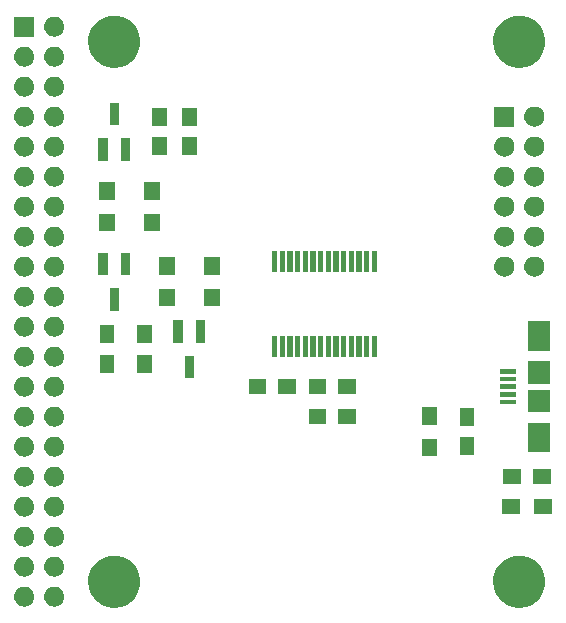
<source format=gbr>
G04 #@! TF.GenerationSoftware,KiCad,Pcbnew,(5.0.1)-3*
G04 #@! TF.CreationDate,2018-12-20T13:20:35+01:00*
G04 #@! TF.ProjectId,HB-RF-USB,48422D52462D5553422E6B696361645F,rev?*
G04 #@! TF.SameCoordinates,Original*
G04 #@! TF.FileFunction,Soldermask,Top*
G04 #@! TF.FilePolarity,Negative*
%FSLAX46Y46*%
G04 Gerber Fmt 4.6, Leading zero omitted, Abs format (unit mm)*
G04 Created by KiCad (PCBNEW (5.0.1)-3) date 20.12.2018 13:20:35*
%MOMM*%
%LPD*%
G01*
G04 APERTURE LIST*
%ADD10C,0.100000*%
G04 APERTURE END LIST*
D10*
G36*
X75359199Y-97537273D02*
X75571717Y-97579545D01*
X75882922Y-97708450D01*
X75972091Y-97745385D01*
X76332418Y-97986148D01*
X76638852Y-98292582D01*
X76879615Y-98652909D01*
X77045455Y-99053284D01*
X77130000Y-99478319D01*
X77130000Y-99911681D01*
X77111405Y-100005166D01*
X77045455Y-100336717D01*
X76879615Y-100737091D01*
X76638852Y-101097418D01*
X76332418Y-101403852D01*
X75972091Y-101644615D01*
X75571717Y-101810455D01*
X75359198Y-101852728D01*
X75146681Y-101895000D01*
X74713319Y-101895000D01*
X74500802Y-101852728D01*
X74288283Y-101810455D01*
X73887909Y-101644615D01*
X73527582Y-101403852D01*
X73221148Y-101097418D01*
X72980385Y-100737091D01*
X72814545Y-100336717D01*
X72748595Y-100005166D01*
X72730000Y-99911681D01*
X72730000Y-99478319D01*
X72814545Y-99053284D01*
X72980385Y-98652909D01*
X73221148Y-98292582D01*
X73527582Y-97986148D01*
X73887909Y-97745385D01*
X73977078Y-97708450D01*
X74288283Y-97579545D01*
X74500801Y-97537273D01*
X74713319Y-97495000D01*
X75146681Y-97495000D01*
X75359199Y-97537273D01*
X75359199Y-97537273D01*
G37*
G36*
X41069199Y-97537273D02*
X41281717Y-97579545D01*
X41592922Y-97708450D01*
X41682091Y-97745385D01*
X42042418Y-97986148D01*
X42348852Y-98292582D01*
X42589615Y-98652909D01*
X42755455Y-99053284D01*
X42840000Y-99478319D01*
X42840000Y-99911681D01*
X42821405Y-100005166D01*
X42755455Y-100336717D01*
X42589615Y-100737091D01*
X42348852Y-101097418D01*
X42042418Y-101403852D01*
X41682091Y-101644615D01*
X41281717Y-101810455D01*
X41069198Y-101852728D01*
X40856681Y-101895000D01*
X40423319Y-101895000D01*
X40210802Y-101852728D01*
X39998283Y-101810455D01*
X39597909Y-101644615D01*
X39237582Y-101403852D01*
X38931148Y-101097418D01*
X38690385Y-100737091D01*
X38524545Y-100336717D01*
X38458595Y-100005166D01*
X38440000Y-99911681D01*
X38440000Y-99478319D01*
X38524545Y-99053284D01*
X38690385Y-98652909D01*
X38931148Y-98292582D01*
X39237582Y-97986148D01*
X39597909Y-97745385D01*
X39687078Y-97708450D01*
X39998283Y-97579545D01*
X40210801Y-97537273D01*
X40423319Y-97495000D01*
X40856681Y-97495000D01*
X41069199Y-97537273D01*
X41069199Y-97537273D01*
G37*
G36*
X35706629Y-100127300D02*
X35866855Y-100175903D01*
X36014519Y-100254832D01*
X36143948Y-100361052D01*
X36250168Y-100490481D01*
X36329097Y-100638145D01*
X36377700Y-100798371D01*
X36394112Y-100965000D01*
X36377700Y-101131629D01*
X36329097Y-101291855D01*
X36250168Y-101439519D01*
X36143948Y-101568948D01*
X36014519Y-101675168D01*
X35866855Y-101754097D01*
X35706629Y-101802700D01*
X35581749Y-101815000D01*
X35498251Y-101815000D01*
X35373371Y-101802700D01*
X35213145Y-101754097D01*
X35065481Y-101675168D01*
X34936052Y-101568948D01*
X34829832Y-101439519D01*
X34750903Y-101291855D01*
X34702300Y-101131629D01*
X34685888Y-100965000D01*
X34702300Y-100798371D01*
X34750903Y-100638145D01*
X34829832Y-100490481D01*
X34936052Y-100361052D01*
X35065481Y-100254832D01*
X35213145Y-100175903D01*
X35373371Y-100127300D01*
X35498251Y-100115000D01*
X35581749Y-100115000D01*
X35706629Y-100127300D01*
X35706629Y-100127300D01*
G37*
G36*
X33166629Y-100127300D02*
X33326855Y-100175903D01*
X33474519Y-100254832D01*
X33603948Y-100361052D01*
X33710168Y-100490481D01*
X33789097Y-100638145D01*
X33837700Y-100798371D01*
X33854112Y-100965000D01*
X33837700Y-101131629D01*
X33789097Y-101291855D01*
X33710168Y-101439519D01*
X33603948Y-101568948D01*
X33474519Y-101675168D01*
X33326855Y-101754097D01*
X33166629Y-101802700D01*
X33041749Y-101815000D01*
X32958251Y-101815000D01*
X32833371Y-101802700D01*
X32673145Y-101754097D01*
X32525481Y-101675168D01*
X32396052Y-101568948D01*
X32289832Y-101439519D01*
X32210903Y-101291855D01*
X32162300Y-101131629D01*
X32145888Y-100965000D01*
X32162300Y-100798371D01*
X32210903Y-100638145D01*
X32289832Y-100490481D01*
X32396052Y-100361052D01*
X32525481Y-100254832D01*
X32673145Y-100175903D01*
X32833371Y-100127300D01*
X32958251Y-100115000D01*
X33041749Y-100115000D01*
X33166629Y-100127300D01*
X33166629Y-100127300D01*
G37*
G36*
X35706629Y-97587300D02*
X35866855Y-97635903D01*
X36014519Y-97714832D01*
X36143948Y-97821052D01*
X36250168Y-97950481D01*
X36329097Y-98098145D01*
X36377700Y-98258371D01*
X36394112Y-98425000D01*
X36377700Y-98591629D01*
X36329097Y-98751855D01*
X36250168Y-98899519D01*
X36143948Y-99028948D01*
X36014519Y-99135168D01*
X35866855Y-99214097D01*
X35706629Y-99262700D01*
X35581749Y-99275000D01*
X35498251Y-99275000D01*
X35373371Y-99262700D01*
X35213145Y-99214097D01*
X35065481Y-99135168D01*
X34936052Y-99028948D01*
X34829832Y-98899519D01*
X34750903Y-98751855D01*
X34702300Y-98591629D01*
X34685888Y-98425000D01*
X34702300Y-98258371D01*
X34750903Y-98098145D01*
X34829832Y-97950481D01*
X34936052Y-97821052D01*
X35065481Y-97714832D01*
X35213145Y-97635903D01*
X35373371Y-97587300D01*
X35498251Y-97575000D01*
X35581749Y-97575000D01*
X35706629Y-97587300D01*
X35706629Y-97587300D01*
G37*
G36*
X33166629Y-97587300D02*
X33326855Y-97635903D01*
X33474519Y-97714832D01*
X33603948Y-97821052D01*
X33710168Y-97950481D01*
X33789097Y-98098145D01*
X33837700Y-98258371D01*
X33854112Y-98425000D01*
X33837700Y-98591629D01*
X33789097Y-98751855D01*
X33710168Y-98899519D01*
X33603948Y-99028948D01*
X33474519Y-99135168D01*
X33326855Y-99214097D01*
X33166629Y-99262700D01*
X33041749Y-99275000D01*
X32958251Y-99275000D01*
X32833371Y-99262700D01*
X32673145Y-99214097D01*
X32525481Y-99135168D01*
X32396052Y-99028948D01*
X32289832Y-98899519D01*
X32210903Y-98751855D01*
X32162300Y-98591629D01*
X32145888Y-98425000D01*
X32162300Y-98258371D01*
X32210903Y-98098145D01*
X32289832Y-97950481D01*
X32396052Y-97821052D01*
X32525481Y-97714832D01*
X32673145Y-97635903D01*
X32833371Y-97587300D01*
X32958251Y-97575000D01*
X33041749Y-97575000D01*
X33166629Y-97587300D01*
X33166629Y-97587300D01*
G37*
G36*
X35706629Y-95047300D02*
X35866855Y-95095903D01*
X36014519Y-95174832D01*
X36143948Y-95281052D01*
X36250168Y-95410481D01*
X36329097Y-95558145D01*
X36377700Y-95718371D01*
X36394112Y-95885000D01*
X36377700Y-96051629D01*
X36329097Y-96211855D01*
X36250168Y-96359519D01*
X36143948Y-96488948D01*
X36014519Y-96595168D01*
X35866855Y-96674097D01*
X35706629Y-96722700D01*
X35581749Y-96735000D01*
X35498251Y-96735000D01*
X35373371Y-96722700D01*
X35213145Y-96674097D01*
X35065481Y-96595168D01*
X34936052Y-96488948D01*
X34829832Y-96359519D01*
X34750903Y-96211855D01*
X34702300Y-96051629D01*
X34685888Y-95885000D01*
X34702300Y-95718371D01*
X34750903Y-95558145D01*
X34829832Y-95410481D01*
X34936052Y-95281052D01*
X35065481Y-95174832D01*
X35213145Y-95095903D01*
X35373371Y-95047300D01*
X35498251Y-95035000D01*
X35581749Y-95035000D01*
X35706629Y-95047300D01*
X35706629Y-95047300D01*
G37*
G36*
X33166629Y-95047300D02*
X33326855Y-95095903D01*
X33474519Y-95174832D01*
X33603948Y-95281052D01*
X33710168Y-95410481D01*
X33789097Y-95558145D01*
X33837700Y-95718371D01*
X33854112Y-95885000D01*
X33837700Y-96051629D01*
X33789097Y-96211855D01*
X33710168Y-96359519D01*
X33603948Y-96488948D01*
X33474519Y-96595168D01*
X33326855Y-96674097D01*
X33166629Y-96722700D01*
X33041749Y-96735000D01*
X32958251Y-96735000D01*
X32833371Y-96722700D01*
X32673145Y-96674097D01*
X32525481Y-96595168D01*
X32396052Y-96488948D01*
X32289832Y-96359519D01*
X32210903Y-96211855D01*
X32162300Y-96051629D01*
X32145888Y-95885000D01*
X32162300Y-95718371D01*
X32210903Y-95558145D01*
X32289832Y-95410481D01*
X32396052Y-95281052D01*
X32525481Y-95174832D01*
X32673145Y-95095903D01*
X32833371Y-95047300D01*
X32958251Y-95035000D01*
X33041749Y-95035000D01*
X33166629Y-95047300D01*
X33166629Y-95047300D01*
G37*
G36*
X35706629Y-92507300D02*
X35866855Y-92555903D01*
X36014519Y-92634832D01*
X36143948Y-92741052D01*
X36250168Y-92870481D01*
X36329097Y-93018145D01*
X36377700Y-93178371D01*
X36394112Y-93345000D01*
X36377700Y-93511629D01*
X36329097Y-93671855D01*
X36250168Y-93819519D01*
X36143948Y-93948948D01*
X36014519Y-94055168D01*
X35866855Y-94134097D01*
X35706629Y-94182700D01*
X35581749Y-94195000D01*
X35498251Y-94195000D01*
X35373371Y-94182700D01*
X35213145Y-94134097D01*
X35065481Y-94055168D01*
X34936052Y-93948948D01*
X34829832Y-93819519D01*
X34750903Y-93671855D01*
X34702300Y-93511629D01*
X34685888Y-93345000D01*
X34702300Y-93178371D01*
X34750903Y-93018145D01*
X34829832Y-92870481D01*
X34936052Y-92741052D01*
X35065481Y-92634832D01*
X35213145Y-92555903D01*
X35373371Y-92507300D01*
X35498251Y-92495000D01*
X35581749Y-92495000D01*
X35706629Y-92507300D01*
X35706629Y-92507300D01*
G37*
G36*
X33166629Y-92507300D02*
X33326855Y-92555903D01*
X33474519Y-92634832D01*
X33603948Y-92741052D01*
X33710168Y-92870481D01*
X33789097Y-93018145D01*
X33837700Y-93178371D01*
X33854112Y-93345000D01*
X33837700Y-93511629D01*
X33789097Y-93671855D01*
X33710168Y-93819519D01*
X33603948Y-93948948D01*
X33474519Y-94055168D01*
X33326855Y-94134097D01*
X33166629Y-94182700D01*
X33041749Y-94195000D01*
X32958251Y-94195000D01*
X32833371Y-94182700D01*
X32673145Y-94134097D01*
X32525481Y-94055168D01*
X32396052Y-93948948D01*
X32289832Y-93819519D01*
X32210903Y-93671855D01*
X32162300Y-93511629D01*
X32145888Y-93345000D01*
X32162300Y-93178371D01*
X32210903Y-93018145D01*
X32289832Y-92870481D01*
X32396052Y-92741052D01*
X32525481Y-92634832D01*
X32673145Y-92555903D01*
X32833371Y-92507300D01*
X32958251Y-92495000D01*
X33041749Y-92495000D01*
X33166629Y-92507300D01*
X33166629Y-92507300D01*
G37*
G36*
X74965000Y-93995000D02*
X73465000Y-93995000D01*
X73465000Y-92695000D01*
X74965000Y-92695000D01*
X74965000Y-93995000D01*
X74965000Y-93995000D01*
G37*
G36*
X77665000Y-93995000D02*
X76165000Y-93995000D01*
X76165000Y-92695000D01*
X77665000Y-92695000D01*
X77665000Y-93995000D01*
X77665000Y-93995000D01*
G37*
G36*
X33166629Y-89967300D02*
X33326855Y-90015903D01*
X33474519Y-90094832D01*
X33603948Y-90201052D01*
X33710168Y-90330481D01*
X33789097Y-90478145D01*
X33837700Y-90638371D01*
X33854112Y-90805000D01*
X33837700Y-90971629D01*
X33789097Y-91131855D01*
X33710168Y-91279519D01*
X33603948Y-91408948D01*
X33474519Y-91515168D01*
X33326855Y-91594097D01*
X33166629Y-91642700D01*
X33041749Y-91655000D01*
X32958251Y-91655000D01*
X32833371Y-91642700D01*
X32673145Y-91594097D01*
X32525481Y-91515168D01*
X32396052Y-91408948D01*
X32289832Y-91279519D01*
X32210903Y-91131855D01*
X32162300Y-90971629D01*
X32145888Y-90805000D01*
X32162300Y-90638371D01*
X32210903Y-90478145D01*
X32289832Y-90330481D01*
X32396052Y-90201052D01*
X32525481Y-90094832D01*
X32673145Y-90015903D01*
X32833371Y-89967300D01*
X32958251Y-89955000D01*
X33041749Y-89955000D01*
X33166629Y-89967300D01*
X33166629Y-89967300D01*
G37*
G36*
X35706629Y-89967300D02*
X35866855Y-90015903D01*
X36014519Y-90094832D01*
X36143948Y-90201052D01*
X36250168Y-90330481D01*
X36329097Y-90478145D01*
X36377700Y-90638371D01*
X36394112Y-90805000D01*
X36377700Y-90971629D01*
X36329097Y-91131855D01*
X36250168Y-91279519D01*
X36143948Y-91408948D01*
X36014519Y-91515168D01*
X35866855Y-91594097D01*
X35706629Y-91642700D01*
X35581749Y-91655000D01*
X35498251Y-91655000D01*
X35373371Y-91642700D01*
X35213145Y-91594097D01*
X35065481Y-91515168D01*
X34936052Y-91408948D01*
X34829832Y-91279519D01*
X34750903Y-91131855D01*
X34702300Y-90971629D01*
X34685888Y-90805000D01*
X34702300Y-90638371D01*
X34750903Y-90478145D01*
X34829832Y-90330481D01*
X34936052Y-90201052D01*
X35065481Y-90094832D01*
X35213145Y-90015903D01*
X35373371Y-89967300D01*
X35498251Y-89955000D01*
X35581749Y-89955000D01*
X35706629Y-89967300D01*
X35706629Y-89967300D01*
G37*
G36*
X75065000Y-91430000D02*
X73565000Y-91430000D01*
X73565000Y-90180000D01*
X75065000Y-90180000D01*
X75065000Y-91430000D01*
X75065000Y-91430000D01*
G37*
G36*
X77565000Y-91430000D02*
X76065000Y-91430000D01*
X76065000Y-90180000D01*
X77565000Y-90180000D01*
X77565000Y-91430000D01*
X77565000Y-91430000D01*
G37*
G36*
X33166629Y-87427300D02*
X33326855Y-87475903D01*
X33474519Y-87554832D01*
X33603948Y-87661052D01*
X33710168Y-87790481D01*
X33789097Y-87938145D01*
X33837700Y-88098371D01*
X33854112Y-88265000D01*
X33837700Y-88431629D01*
X33789097Y-88591855D01*
X33710168Y-88739519D01*
X33603948Y-88868948D01*
X33474519Y-88975168D01*
X33326855Y-89054097D01*
X33166629Y-89102700D01*
X33041749Y-89115000D01*
X32958251Y-89115000D01*
X32833371Y-89102700D01*
X32673145Y-89054097D01*
X32525481Y-88975168D01*
X32396052Y-88868948D01*
X32289832Y-88739519D01*
X32210903Y-88591855D01*
X32162300Y-88431629D01*
X32145888Y-88265000D01*
X32162300Y-88098371D01*
X32210903Y-87938145D01*
X32289832Y-87790481D01*
X32396052Y-87661052D01*
X32525481Y-87554832D01*
X32673145Y-87475903D01*
X32833371Y-87427300D01*
X32958251Y-87415000D01*
X33041749Y-87415000D01*
X33166629Y-87427300D01*
X33166629Y-87427300D01*
G37*
G36*
X35706629Y-87427300D02*
X35866855Y-87475903D01*
X36014519Y-87554832D01*
X36143948Y-87661052D01*
X36250168Y-87790481D01*
X36329097Y-87938145D01*
X36377700Y-88098371D01*
X36394112Y-88265000D01*
X36377700Y-88431629D01*
X36329097Y-88591855D01*
X36250168Y-88739519D01*
X36143948Y-88868948D01*
X36014519Y-88975168D01*
X35866855Y-89054097D01*
X35706629Y-89102700D01*
X35581749Y-89115000D01*
X35498251Y-89115000D01*
X35373371Y-89102700D01*
X35213145Y-89054097D01*
X35065481Y-88975168D01*
X34936052Y-88868948D01*
X34829832Y-88739519D01*
X34750903Y-88591855D01*
X34702300Y-88431629D01*
X34685888Y-88265000D01*
X34702300Y-88098371D01*
X34750903Y-87938145D01*
X34829832Y-87790481D01*
X34936052Y-87661052D01*
X35065481Y-87554832D01*
X35213145Y-87475903D01*
X35373371Y-87427300D01*
X35498251Y-87415000D01*
X35581749Y-87415000D01*
X35706629Y-87427300D01*
X35706629Y-87427300D01*
G37*
G36*
X67960000Y-89095000D02*
X66660000Y-89095000D01*
X66660000Y-87595000D01*
X67960000Y-87595000D01*
X67960000Y-89095000D01*
X67960000Y-89095000D01*
G37*
G36*
X71110000Y-88995000D02*
X69860000Y-88995000D01*
X69860000Y-87495000D01*
X71110000Y-87495000D01*
X71110000Y-88995000D01*
X71110000Y-88995000D01*
G37*
G36*
X77558000Y-88685000D02*
X75658000Y-88685000D01*
X75658000Y-86285000D01*
X77558000Y-86285000D01*
X77558000Y-88685000D01*
X77558000Y-88685000D01*
G37*
G36*
X33166629Y-84887300D02*
X33326855Y-84935903D01*
X33474519Y-85014832D01*
X33603948Y-85121052D01*
X33710168Y-85250481D01*
X33789097Y-85398145D01*
X33837700Y-85558371D01*
X33854112Y-85725000D01*
X33837700Y-85891629D01*
X33789097Y-86051855D01*
X33710168Y-86199519D01*
X33603948Y-86328948D01*
X33474519Y-86435168D01*
X33326855Y-86514097D01*
X33166629Y-86562700D01*
X33041749Y-86575000D01*
X32958251Y-86575000D01*
X32833371Y-86562700D01*
X32673145Y-86514097D01*
X32525481Y-86435168D01*
X32396052Y-86328948D01*
X32289832Y-86199519D01*
X32210903Y-86051855D01*
X32162300Y-85891629D01*
X32145888Y-85725000D01*
X32162300Y-85558371D01*
X32210903Y-85398145D01*
X32289832Y-85250481D01*
X32396052Y-85121052D01*
X32525481Y-85014832D01*
X32673145Y-84935903D01*
X32833371Y-84887300D01*
X32958251Y-84875000D01*
X33041749Y-84875000D01*
X33166629Y-84887300D01*
X33166629Y-84887300D01*
G37*
G36*
X35706629Y-84887300D02*
X35866855Y-84935903D01*
X36014519Y-85014832D01*
X36143948Y-85121052D01*
X36250168Y-85250481D01*
X36329097Y-85398145D01*
X36377700Y-85558371D01*
X36394112Y-85725000D01*
X36377700Y-85891629D01*
X36329097Y-86051855D01*
X36250168Y-86199519D01*
X36143948Y-86328948D01*
X36014519Y-86435168D01*
X35866855Y-86514097D01*
X35706629Y-86562700D01*
X35581749Y-86575000D01*
X35498251Y-86575000D01*
X35373371Y-86562700D01*
X35213145Y-86514097D01*
X35065481Y-86435168D01*
X34936052Y-86328948D01*
X34829832Y-86199519D01*
X34750903Y-86051855D01*
X34702300Y-85891629D01*
X34685888Y-85725000D01*
X34702300Y-85558371D01*
X34750903Y-85398145D01*
X34829832Y-85250481D01*
X34936052Y-85121052D01*
X35065481Y-85014832D01*
X35213145Y-84935903D01*
X35373371Y-84887300D01*
X35498251Y-84875000D01*
X35581749Y-84875000D01*
X35706629Y-84887300D01*
X35706629Y-84887300D01*
G37*
G36*
X71110000Y-86495000D02*
X69860000Y-86495000D01*
X69860000Y-84995000D01*
X71110000Y-84995000D01*
X71110000Y-86495000D01*
X71110000Y-86495000D01*
G37*
G36*
X67960000Y-86395000D02*
X66660000Y-86395000D01*
X66660000Y-84895000D01*
X67960000Y-84895000D01*
X67960000Y-86395000D01*
X67960000Y-86395000D01*
G37*
G36*
X61075000Y-86350000D02*
X59575000Y-86350000D01*
X59575000Y-85100000D01*
X61075000Y-85100000D01*
X61075000Y-86350000D01*
X61075000Y-86350000D01*
G37*
G36*
X58575000Y-86350000D02*
X57075000Y-86350000D01*
X57075000Y-85100000D01*
X58575000Y-85100000D01*
X58575000Y-86350000D01*
X58575000Y-86350000D01*
G37*
G36*
X77558000Y-85335000D02*
X75658000Y-85335000D01*
X75658000Y-83435000D01*
X77558000Y-83435000D01*
X77558000Y-85335000D01*
X77558000Y-85335000D01*
G37*
G36*
X74658000Y-84685000D02*
X73258000Y-84685000D01*
X73258000Y-84285000D01*
X74658000Y-84285000D01*
X74658000Y-84685000D01*
X74658000Y-84685000D01*
G37*
G36*
X74658000Y-84035000D02*
X73258000Y-84035000D01*
X73258000Y-83635000D01*
X74658000Y-83635000D01*
X74658000Y-84035000D01*
X74658000Y-84035000D01*
G37*
G36*
X35706629Y-82347300D02*
X35866855Y-82395903D01*
X36014519Y-82474832D01*
X36143948Y-82581052D01*
X36250168Y-82710481D01*
X36329097Y-82858145D01*
X36377700Y-83018371D01*
X36394112Y-83185000D01*
X36377700Y-83351629D01*
X36329097Y-83511855D01*
X36250168Y-83659519D01*
X36143948Y-83788948D01*
X36014519Y-83895168D01*
X35866855Y-83974097D01*
X35706629Y-84022700D01*
X35581749Y-84035000D01*
X35498251Y-84035000D01*
X35373371Y-84022700D01*
X35213145Y-83974097D01*
X35065481Y-83895168D01*
X34936052Y-83788948D01*
X34829832Y-83659519D01*
X34750903Y-83511855D01*
X34702300Y-83351629D01*
X34685888Y-83185000D01*
X34702300Y-83018371D01*
X34750903Y-82858145D01*
X34829832Y-82710481D01*
X34936052Y-82581052D01*
X35065481Y-82474832D01*
X35213145Y-82395903D01*
X35373371Y-82347300D01*
X35498251Y-82335000D01*
X35581749Y-82335000D01*
X35706629Y-82347300D01*
X35706629Y-82347300D01*
G37*
G36*
X33166629Y-82347300D02*
X33326855Y-82395903D01*
X33474519Y-82474832D01*
X33603948Y-82581052D01*
X33710168Y-82710481D01*
X33789097Y-82858145D01*
X33837700Y-83018371D01*
X33854112Y-83185000D01*
X33837700Y-83351629D01*
X33789097Y-83511855D01*
X33710168Y-83659519D01*
X33603948Y-83788948D01*
X33474519Y-83895168D01*
X33326855Y-83974097D01*
X33166629Y-84022700D01*
X33041749Y-84035000D01*
X32958251Y-84035000D01*
X32833371Y-84022700D01*
X32673145Y-83974097D01*
X32525481Y-83895168D01*
X32396052Y-83788948D01*
X32289832Y-83659519D01*
X32210903Y-83511855D01*
X32162300Y-83351629D01*
X32145888Y-83185000D01*
X32162300Y-83018371D01*
X32210903Y-82858145D01*
X32289832Y-82710481D01*
X32396052Y-82581052D01*
X32525481Y-82474832D01*
X32673145Y-82395903D01*
X32833371Y-82347300D01*
X32958251Y-82335000D01*
X33041749Y-82335000D01*
X33166629Y-82347300D01*
X33166629Y-82347300D01*
G37*
G36*
X55995000Y-83810000D02*
X54495000Y-83810000D01*
X54495000Y-82560000D01*
X55995000Y-82560000D01*
X55995000Y-83810000D01*
X55995000Y-83810000D01*
G37*
G36*
X58575000Y-83810000D02*
X57075000Y-83810000D01*
X57075000Y-82560000D01*
X58575000Y-82560000D01*
X58575000Y-83810000D01*
X58575000Y-83810000D01*
G37*
G36*
X53495000Y-83810000D02*
X51995000Y-83810000D01*
X51995000Y-82560000D01*
X53495000Y-82560000D01*
X53495000Y-83810000D01*
X53495000Y-83810000D01*
G37*
G36*
X61075000Y-83810000D02*
X59575000Y-83810000D01*
X59575000Y-82560000D01*
X61075000Y-82560000D01*
X61075000Y-83810000D01*
X61075000Y-83810000D01*
G37*
G36*
X74658000Y-83385000D02*
X73258000Y-83385000D01*
X73258000Y-82985000D01*
X74658000Y-82985000D01*
X74658000Y-83385000D01*
X74658000Y-83385000D01*
G37*
G36*
X77558000Y-82935000D02*
X75658000Y-82935000D01*
X75658000Y-81035000D01*
X77558000Y-81035000D01*
X77558000Y-82935000D01*
X77558000Y-82935000D01*
G37*
G36*
X74658000Y-82735000D02*
X73258000Y-82735000D01*
X73258000Y-82335000D01*
X74658000Y-82335000D01*
X74658000Y-82735000D01*
X74658000Y-82735000D01*
G37*
G36*
X47390000Y-82460000D02*
X46590000Y-82460000D01*
X46590000Y-80560000D01*
X47390000Y-80560000D01*
X47390000Y-82460000D01*
X47390000Y-82460000D01*
G37*
G36*
X74658000Y-82085000D02*
X73258000Y-82085000D01*
X73258000Y-81685000D01*
X74658000Y-81685000D01*
X74658000Y-82085000D01*
X74658000Y-82085000D01*
G37*
G36*
X40630000Y-82010000D02*
X39380000Y-82010000D01*
X39380000Y-80510000D01*
X40630000Y-80510000D01*
X40630000Y-82010000D01*
X40630000Y-82010000D01*
G37*
G36*
X43805000Y-82010000D02*
X42555000Y-82010000D01*
X42555000Y-80510000D01*
X43805000Y-80510000D01*
X43805000Y-82010000D01*
X43805000Y-82010000D01*
G37*
G36*
X33166629Y-79807300D02*
X33326855Y-79855903D01*
X33474519Y-79934832D01*
X33603948Y-80041052D01*
X33710168Y-80170481D01*
X33789097Y-80318145D01*
X33837700Y-80478371D01*
X33854112Y-80645000D01*
X33837700Y-80811629D01*
X33789097Y-80971855D01*
X33710168Y-81119519D01*
X33603948Y-81248948D01*
X33474519Y-81355168D01*
X33326855Y-81434097D01*
X33166629Y-81482700D01*
X33041749Y-81495000D01*
X32958251Y-81495000D01*
X32833371Y-81482700D01*
X32673145Y-81434097D01*
X32525481Y-81355168D01*
X32396052Y-81248948D01*
X32289832Y-81119519D01*
X32210903Y-80971855D01*
X32162300Y-80811629D01*
X32145888Y-80645000D01*
X32162300Y-80478371D01*
X32210903Y-80318145D01*
X32289832Y-80170481D01*
X32396052Y-80041052D01*
X32525481Y-79934832D01*
X32673145Y-79855903D01*
X32833371Y-79807300D01*
X32958251Y-79795000D01*
X33041749Y-79795000D01*
X33166629Y-79807300D01*
X33166629Y-79807300D01*
G37*
G36*
X35706629Y-79807300D02*
X35866855Y-79855903D01*
X36014519Y-79934832D01*
X36143948Y-80041052D01*
X36250168Y-80170481D01*
X36329097Y-80318145D01*
X36377700Y-80478371D01*
X36394112Y-80645000D01*
X36377700Y-80811629D01*
X36329097Y-80971855D01*
X36250168Y-81119519D01*
X36143948Y-81248948D01*
X36014519Y-81355168D01*
X35866855Y-81434097D01*
X35706629Y-81482700D01*
X35581749Y-81495000D01*
X35498251Y-81495000D01*
X35373371Y-81482700D01*
X35213145Y-81434097D01*
X35065481Y-81355168D01*
X34936052Y-81248948D01*
X34829832Y-81119519D01*
X34750903Y-80971855D01*
X34702300Y-80811629D01*
X34685888Y-80645000D01*
X34702300Y-80478371D01*
X34750903Y-80318145D01*
X34829832Y-80170481D01*
X34936052Y-80041052D01*
X35065481Y-79934832D01*
X35213145Y-79855903D01*
X35373371Y-79807300D01*
X35498251Y-79795000D01*
X35581749Y-79795000D01*
X35706629Y-79807300D01*
X35706629Y-79807300D01*
G37*
G36*
X55070000Y-80675000D02*
X54620000Y-80675000D01*
X54620000Y-78925000D01*
X55070000Y-78925000D01*
X55070000Y-80675000D01*
X55070000Y-80675000D01*
G37*
G36*
X55720000Y-80675000D02*
X55270000Y-80675000D01*
X55270000Y-78925000D01*
X55720000Y-78925000D01*
X55720000Y-80675000D01*
X55720000Y-80675000D01*
G37*
G36*
X56370000Y-80675000D02*
X55920000Y-80675000D01*
X55920000Y-78925000D01*
X56370000Y-78925000D01*
X56370000Y-80675000D01*
X56370000Y-80675000D01*
G37*
G36*
X57020000Y-80675000D02*
X56570000Y-80675000D01*
X56570000Y-78925000D01*
X57020000Y-78925000D01*
X57020000Y-80675000D01*
X57020000Y-80675000D01*
G37*
G36*
X57670000Y-80675000D02*
X57220000Y-80675000D01*
X57220000Y-78925000D01*
X57670000Y-78925000D01*
X57670000Y-80675000D01*
X57670000Y-80675000D01*
G37*
G36*
X60920000Y-80675000D02*
X60470000Y-80675000D01*
X60470000Y-78925000D01*
X60920000Y-78925000D01*
X60920000Y-80675000D01*
X60920000Y-80675000D01*
G37*
G36*
X58970000Y-80675000D02*
X58520000Y-80675000D01*
X58520000Y-78925000D01*
X58970000Y-78925000D01*
X58970000Y-80675000D01*
X58970000Y-80675000D01*
G37*
G36*
X59620000Y-80675000D02*
X59170000Y-80675000D01*
X59170000Y-78925000D01*
X59620000Y-78925000D01*
X59620000Y-80675000D01*
X59620000Y-80675000D01*
G37*
G36*
X60270000Y-80675000D02*
X59820000Y-80675000D01*
X59820000Y-78925000D01*
X60270000Y-78925000D01*
X60270000Y-80675000D01*
X60270000Y-80675000D01*
G37*
G36*
X54420000Y-80675000D02*
X53970000Y-80675000D01*
X53970000Y-78925000D01*
X54420000Y-78925000D01*
X54420000Y-80675000D01*
X54420000Y-80675000D01*
G37*
G36*
X58320000Y-80675000D02*
X57870000Y-80675000D01*
X57870000Y-78925000D01*
X58320000Y-78925000D01*
X58320000Y-80675000D01*
X58320000Y-80675000D01*
G37*
G36*
X62870000Y-80675000D02*
X62420000Y-80675000D01*
X62420000Y-78925000D01*
X62870000Y-78925000D01*
X62870000Y-80675000D01*
X62870000Y-80675000D01*
G37*
G36*
X62220000Y-80675000D02*
X61770000Y-80675000D01*
X61770000Y-78925000D01*
X62220000Y-78925000D01*
X62220000Y-80675000D01*
X62220000Y-80675000D01*
G37*
G36*
X61570000Y-80675000D02*
X61120000Y-80675000D01*
X61120000Y-78925000D01*
X61570000Y-78925000D01*
X61570000Y-80675000D01*
X61570000Y-80675000D01*
G37*
G36*
X77558000Y-80135000D02*
X75658000Y-80135000D01*
X75658000Y-77635000D01*
X77558000Y-77635000D01*
X77558000Y-80135000D01*
X77558000Y-80135000D01*
G37*
G36*
X43805000Y-79510000D02*
X42555000Y-79510000D01*
X42555000Y-78010000D01*
X43805000Y-78010000D01*
X43805000Y-79510000D01*
X43805000Y-79510000D01*
G37*
G36*
X40630000Y-79510000D02*
X39380000Y-79510000D01*
X39380000Y-78010000D01*
X40630000Y-78010000D01*
X40630000Y-79510000D01*
X40630000Y-79510000D01*
G37*
G36*
X46440000Y-79460000D02*
X45640000Y-79460000D01*
X45640000Y-77560000D01*
X46440000Y-77560000D01*
X46440000Y-79460000D01*
X46440000Y-79460000D01*
G37*
G36*
X48340000Y-79460000D02*
X47540000Y-79460000D01*
X47540000Y-77560000D01*
X48340000Y-77560000D01*
X48340000Y-79460000D01*
X48340000Y-79460000D01*
G37*
G36*
X35706629Y-77267300D02*
X35866855Y-77315903D01*
X36014519Y-77394832D01*
X36143948Y-77501052D01*
X36250168Y-77630481D01*
X36329097Y-77778145D01*
X36377700Y-77938371D01*
X36394112Y-78105000D01*
X36377700Y-78271629D01*
X36329097Y-78431855D01*
X36250168Y-78579519D01*
X36143948Y-78708948D01*
X36014519Y-78815168D01*
X35866855Y-78894097D01*
X35706629Y-78942700D01*
X35581749Y-78955000D01*
X35498251Y-78955000D01*
X35373371Y-78942700D01*
X35213145Y-78894097D01*
X35065481Y-78815168D01*
X34936052Y-78708948D01*
X34829832Y-78579519D01*
X34750903Y-78431855D01*
X34702300Y-78271629D01*
X34685888Y-78105000D01*
X34702300Y-77938371D01*
X34750903Y-77778145D01*
X34829832Y-77630481D01*
X34936052Y-77501052D01*
X35065481Y-77394832D01*
X35213145Y-77315903D01*
X35373371Y-77267300D01*
X35498251Y-77255000D01*
X35581749Y-77255000D01*
X35706629Y-77267300D01*
X35706629Y-77267300D01*
G37*
G36*
X33166629Y-77267300D02*
X33326855Y-77315903D01*
X33474519Y-77394832D01*
X33603948Y-77501052D01*
X33710168Y-77630481D01*
X33789097Y-77778145D01*
X33837700Y-77938371D01*
X33854112Y-78105000D01*
X33837700Y-78271629D01*
X33789097Y-78431855D01*
X33710168Y-78579519D01*
X33603948Y-78708948D01*
X33474519Y-78815168D01*
X33326855Y-78894097D01*
X33166629Y-78942700D01*
X33041749Y-78955000D01*
X32958251Y-78955000D01*
X32833371Y-78942700D01*
X32673145Y-78894097D01*
X32525481Y-78815168D01*
X32396052Y-78708948D01*
X32289832Y-78579519D01*
X32210903Y-78431855D01*
X32162300Y-78271629D01*
X32145888Y-78105000D01*
X32162300Y-77938371D01*
X32210903Y-77778145D01*
X32289832Y-77630481D01*
X32396052Y-77501052D01*
X32525481Y-77394832D01*
X32673145Y-77315903D01*
X32833371Y-77267300D01*
X32958251Y-77255000D01*
X33041749Y-77255000D01*
X33166629Y-77267300D01*
X33166629Y-77267300D01*
G37*
G36*
X41040000Y-76745000D02*
X40240000Y-76745000D01*
X40240000Y-74845000D01*
X41040000Y-74845000D01*
X41040000Y-76745000D01*
X41040000Y-76745000D01*
G37*
G36*
X33166629Y-74727300D02*
X33326855Y-74775903D01*
X33474519Y-74854832D01*
X33603948Y-74961052D01*
X33710168Y-75090481D01*
X33789097Y-75238145D01*
X33837700Y-75398371D01*
X33854112Y-75565000D01*
X33837700Y-75731629D01*
X33789097Y-75891855D01*
X33710168Y-76039519D01*
X33603948Y-76168948D01*
X33474519Y-76275168D01*
X33326855Y-76354097D01*
X33166629Y-76402700D01*
X33041749Y-76415000D01*
X32958251Y-76415000D01*
X32833371Y-76402700D01*
X32673145Y-76354097D01*
X32525481Y-76275168D01*
X32396052Y-76168948D01*
X32289832Y-76039519D01*
X32210903Y-75891855D01*
X32162300Y-75731629D01*
X32145888Y-75565000D01*
X32162300Y-75398371D01*
X32210903Y-75238145D01*
X32289832Y-75090481D01*
X32396052Y-74961052D01*
X32525481Y-74854832D01*
X32673145Y-74775903D01*
X32833371Y-74727300D01*
X32958251Y-74715000D01*
X33041749Y-74715000D01*
X33166629Y-74727300D01*
X33166629Y-74727300D01*
G37*
G36*
X35706629Y-74727300D02*
X35866855Y-74775903D01*
X36014519Y-74854832D01*
X36143948Y-74961052D01*
X36250168Y-75090481D01*
X36329097Y-75238145D01*
X36377700Y-75398371D01*
X36394112Y-75565000D01*
X36377700Y-75731629D01*
X36329097Y-75891855D01*
X36250168Y-76039519D01*
X36143948Y-76168948D01*
X36014519Y-76275168D01*
X35866855Y-76354097D01*
X35706629Y-76402700D01*
X35581749Y-76415000D01*
X35498251Y-76415000D01*
X35373371Y-76402700D01*
X35213145Y-76354097D01*
X35065481Y-76275168D01*
X34936052Y-76168948D01*
X34829832Y-76039519D01*
X34750903Y-75891855D01*
X34702300Y-75731629D01*
X34685888Y-75565000D01*
X34702300Y-75398371D01*
X34750903Y-75238145D01*
X34829832Y-75090481D01*
X34936052Y-74961052D01*
X35065481Y-74854832D01*
X35213145Y-74775903D01*
X35373371Y-74727300D01*
X35498251Y-74715000D01*
X35581749Y-74715000D01*
X35706629Y-74727300D01*
X35706629Y-74727300D01*
G37*
G36*
X49545000Y-76395000D02*
X48245000Y-76395000D01*
X48245000Y-74895000D01*
X49545000Y-74895000D01*
X49545000Y-76395000D01*
X49545000Y-76395000D01*
G37*
G36*
X45735000Y-76395000D02*
X44435000Y-76395000D01*
X44435000Y-74895000D01*
X45735000Y-74895000D01*
X45735000Y-76395000D01*
X45735000Y-76395000D01*
G37*
G36*
X35706629Y-72187300D02*
X35866855Y-72235903D01*
X36014519Y-72314832D01*
X36143948Y-72421052D01*
X36250168Y-72550481D01*
X36329097Y-72698145D01*
X36377700Y-72858371D01*
X36394112Y-73025000D01*
X36377700Y-73191629D01*
X36329097Y-73351855D01*
X36250168Y-73499519D01*
X36143948Y-73628948D01*
X36014519Y-73735168D01*
X35866855Y-73814097D01*
X35706629Y-73862700D01*
X35581749Y-73875000D01*
X35498251Y-73875000D01*
X35373371Y-73862700D01*
X35213145Y-73814097D01*
X35065481Y-73735168D01*
X34936052Y-73628948D01*
X34829832Y-73499519D01*
X34750903Y-73351855D01*
X34702300Y-73191629D01*
X34685888Y-73025000D01*
X34702300Y-72858371D01*
X34750903Y-72698145D01*
X34829832Y-72550481D01*
X34936052Y-72421052D01*
X35065481Y-72314832D01*
X35213145Y-72235903D01*
X35373371Y-72187300D01*
X35498251Y-72175000D01*
X35581749Y-72175000D01*
X35706629Y-72187300D01*
X35706629Y-72187300D01*
G37*
G36*
X33166629Y-72187300D02*
X33326855Y-72235903D01*
X33474519Y-72314832D01*
X33603948Y-72421052D01*
X33710168Y-72550481D01*
X33789097Y-72698145D01*
X33837700Y-72858371D01*
X33854112Y-73025000D01*
X33837700Y-73191629D01*
X33789097Y-73351855D01*
X33710168Y-73499519D01*
X33603948Y-73628948D01*
X33474519Y-73735168D01*
X33326855Y-73814097D01*
X33166629Y-73862700D01*
X33041749Y-73875000D01*
X32958251Y-73875000D01*
X32833371Y-73862700D01*
X32673145Y-73814097D01*
X32525481Y-73735168D01*
X32396052Y-73628948D01*
X32289832Y-73499519D01*
X32210903Y-73351855D01*
X32162300Y-73191629D01*
X32145888Y-73025000D01*
X32162300Y-72858371D01*
X32210903Y-72698145D01*
X32289832Y-72550481D01*
X32396052Y-72421052D01*
X32525481Y-72314832D01*
X32673145Y-72235903D01*
X32833371Y-72187300D01*
X32958251Y-72175000D01*
X33041749Y-72175000D01*
X33166629Y-72187300D01*
X33166629Y-72187300D01*
G37*
G36*
X76366629Y-72187300D02*
X76526855Y-72235903D01*
X76674519Y-72314832D01*
X76803948Y-72421052D01*
X76910168Y-72550481D01*
X76989097Y-72698145D01*
X77037700Y-72858371D01*
X77054112Y-73025000D01*
X77037700Y-73191629D01*
X76989097Y-73351855D01*
X76910168Y-73499519D01*
X76803948Y-73628948D01*
X76674519Y-73735168D01*
X76526855Y-73814097D01*
X76366629Y-73862700D01*
X76241749Y-73875000D01*
X76158251Y-73875000D01*
X76033371Y-73862700D01*
X75873145Y-73814097D01*
X75725481Y-73735168D01*
X75596052Y-73628948D01*
X75489832Y-73499519D01*
X75410903Y-73351855D01*
X75362300Y-73191629D01*
X75345888Y-73025000D01*
X75362300Y-72858371D01*
X75410903Y-72698145D01*
X75489832Y-72550481D01*
X75596052Y-72421052D01*
X75725481Y-72314832D01*
X75873145Y-72235903D01*
X76033371Y-72187300D01*
X76158251Y-72175000D01*
X76241749Y-72175000D01*
X76366629Y-72187300D01*
X76366629Y-72187300D01*
G37*
G36*
X73826629Y-72187300D02*
X73986855Y-72235903D01*
X74134519Y-72314832D01*
X74263948Y-72421052D01*
X74370168Y-72550481D01*
X74449097Y-72698145D01*
X74497700Y-72858371D01*
X74514112Y-73025000D01*
X74497700Y-73191629D01*
X74449097Y-73351855D01*
X74370168Y-73499519D01*
X74263948Y-73628948D01*
X74134519Y-73735168D01*
X73986855Y-73814097D01*
X73826629Y-73862700D01*
X73701749Y-73875000D01*
X73618251Y-73875000D01*
X73493371Y-73862700D01*
X73333145Y-73814097D01*
X73185481Y-73735168D01*
X73056052Y-73628948D01*
X72949832Y-73499519D01*
X72870903Y-73351855D01*
X72822300Y-73191629D01*
X72805888Y-73025000D01*
X72822300Y-72858371D01*
X72870903Y-72698145D01*
X72949832Y-72550481D01*
X73056052Y-72421052D01*
X73185481Y-72314832D01*
X73333145Y-72235903D01*
X73493371Y-72187300D01*
X73618251Y-72175000D01*
X73701749Y-72175000D01*
X73826629Y-72187300D01*
X73826629Y-72187300D01*
G37*
G36*
X41990000Y-73745000D02*
X41190000Y-73745000D01*
X41190000Y-71845000D01*
X41990000Y-71845000D01*
X41990000Y-73745000D01*
X41990000Y-73745000D01*
G37*
G36*
X40090000Y-73745000D02*
X39290000Y-73745000D01*
X39290000Y-71845000D01*
X40090000Y-71845000D01*
X40090000Y-73745000D01*
X40090000Y-73745000D01*
G37*
G36*
X45735000Y-73695000D02*
X44435000Y-73695000D01*
X44435000Y-72195000D01*
X45735000Y-72195000D01*
X45735000Y-73695000D01*
X45735000Y-73695000D01*
G37*
G36*
X49545000Y-73695000D02*
X48245000Y-73695000D01*
X48245000Y-72195000D01*
X49545000Y-72195000D01*
X49545000Y-73695000D01*
X49545000Y-73695000D01*
G37*
G36*
X60920000Y-73475000D02*
X60470000Y-73475000D01*
X60470000Y-71725000D01*
X60920000Y-71725000D01*
X60920000Y-73475000D01*
X60920000Y-73475000D01*
G37*
G36*
X55070000Y-73475000D02*
X54620000Y-73475000D01*
X54620000Y-71725000D01*
X55070000Y-71725000D01*
X55070000Y-73475000D01*
X55070000Y-73475000D01*
G37*
G36*
X55720000Y-73475000D02*
X55270000Y-73475000D01*
X55270000Y-71725000D01*
X55720000Y-71725000D01*
X55720000Y-73475000D01*
X55720000Y-73475000D01*
G37*
G36*
X56370000Y-73475000D02*
X55920000Y-73475000D01*
X55920000Y-71725000D01*
X56370000Y-71725000D01*
X56370000Y-73475000D01*
X56370000Y-73475000D01*
G37*
G36*
X57020000Y-73475000D02*
X56570000Y-73475000D01*
X56570000Y-71725000D01*
X57020000Y-71725000D01*
X57020000Y-73475000D01*
X57020000Y-73475000D01*
G37*
G36*
X57670000Y-73475000D02*
X57220000Y-73475000D01*
X57220000Y-71725000D01*
X57670000Y-71725000D01*
X57670000Y-73475000D01*
X57670000Y-73475000D01*
G37*
G36*
X58320000Y-73475000D02*
X57870000Y-73475000D01*
X57870000Y-71725000D01*
X58320000Y-71725000D01*
X58320000Y-73475000D01*
X58320000Y-73475000D01*
G37*
G36*
X58970000Y-73475000D02*
X58520000Y-73475000D01*
X58520000Y-71725000D01*
X58970000Y-71725000D01*
X58970000Y-73475000D01*
X58970000Y-73475000D01*
G37*
G36*
X59620000Y-73475000D02*
X59170000Y-73475000D01*
X59170000Y-71725000D01*
X59620000Y-71725000D01*
X59620000Y-73475000D01*
X59620000Y-73475000D01*
G37*
G36*
X61570000Y-73475000D02*
X61120000Y-73475000D01*
X61120000Y-71725000D01*
X61570000Y-71725000D01*
X61570000Y-73475000D01*
X61570000Y-73475000D01*
G37*
G36*
X62220000Y-73475000D02*
X61770000Y-73475000D01*
X61770000Y-71725000D01*
X62220000Y-71725000D01*
X62220000Y-73475000D01*
X62220000Y-73475000D01*
G37*
G36*
X62870000Y-73475000D02*
X62420000Y-73475000D01*
X62420000Y-71725000D01*
X62870000Y-71725000D01*
X62870000Y-73475000D01*
X62870000Y-73475000D01*
G37*
G36*
X60270000Y-73475000D02*
X59820000Y-73475000D01*
X59820000Y-71725000D01*
X60270000Y-71725000D01*
X60270000Y-73475000D01*
X60270000Y-73475000D01*
G37*
G36*
X54420000Y-73475000D02*
X53970000Y-73475000D01*
X53970000Y-71725000D01*
X54420000Y-71725000D01*
X54420000Y-73475000D01*
X54420000Y-73475000D01*
G37*
G36*
X76366629Y-69647300D02*
X76526855Y-69695903D01*
X76674519Y-69774832D01*
X76803948Y-69881052D01*
X76910168Y-70010481D01*
X76989097Y-70158145D01*
X77037700Y-70318371D01*
X77054112Y-70485000D01*
X77037700Y-70651629D01*
X76989097Y-70811855D01*
X76910168Y-70959519D01*
X76803948Y-71088948D01*
X76674519Y-71195168D01*
X76526855Y-71274097D01*
X76366629Y-71322700D01*
X76241749Y-71335000D01*
X76158251Y-71335000D01*
X76033371Y-71322700D01*
X75873145Y-71274097D01*
X75725481Y-71195168D01*
X75596052Y-71088948D01*
X75489832Y-70959519D01*
X75410903Y-70811855D01*
X75362300Y-70651629D01*
X75345888Y-70485000D01*
X75362300Y-70318371D01*
X75410903Y-70158145D01*
X75489832Y-70010481D01*
X75596052Y-69881052D01*
X75725481Y-69774832D01*
X75873145Y-69695903D01*
X76033371Y-69647300D01*
X76158251Y-69635000D01*
X76241749Y-69635000D01*
X76366629Y-69647300D01*
X76366629Y-69647300D01*
G37*
G36*
X73826629Y-69647300D02*
X73986855Y-69695903D01*
X74134519Y-69774832D01*
X74263948Y-69881052D01*
X74370168Y-70010481D01*
X74449097Y-70158145D01*
X74497700Y-70318371D01*
X74514112Y-70485000D01*
X74497700Y-70651629D01*
X74449097Y-70811855D01*
X74370168Y-70959519D01*
X74263948Y-71088948D01*
X74134519Y-71195168D01*
X73986855Y-71274097D01*
X73826629Y-71322700D01*
X73701749Y-71335000D01*
X73618251Y-71335000D01*
X73493371Y-71322700D01*
X73333145Y-71274097D01*
X73185481Y-71195168D01*
X73056052Y-71088948D01*
X72949832Y-70959519D01*
X72870903Y-70811855D01*
X72822300Y-70651629D01*
X72805888Y-70485000D01*
X72822300Y-70318371D01*
X72870903Y-70158145D01*
X72949832Y-70010481D01*
X73056052Y-69881052D01*
X73185481Y-69774832D01*
X73333145Y-69695903D01*
X73493371Y-69647300D01*
X73618251Y-69635000D01*
X73701749Y-69635000D01*
X73826629Y-69647300D01*
X73826629Y-69647300D01*
G37*
G36*
X33166629Y-69647300D02*
X33326855Y-69695903D01*
X33474519Y-69774832D01*
X33603948Y-69881052D01*
X33710168Y-70010481D01*
X33789097Y-70158145D01*
X33837700Y-70318371D01*
X33854112Y-70485000D01*
X33837700Y-70651629D01*
X33789097Y-70811855D01*
X33710168Y-70959519D01*
X33603948Y-71088948D01*
X33474519Y-71195168D01*
X33326855Y-71274097D01*
X33166629Y-71322700D01*
X33041749Y-71335000D01*
X32958251Y-71335000D01*
X32833371Y-71322700D01*
X32673145Y-71274097D01*
X32525481Y-71195168D01*
X32396052Y-71088948D01*
X32289832Y-70959519D01*
X32210903Y-70811855D01*
X32162300Y-70651629D01*
X32145888Y-70485000D01*
X32162300Y-70318371D01*
X32210903Y-70158145D01*
X32289832Y-70010481D01*
X32396052Y-69881052D01*
X32525481Y-69774832D01*
X32673145Y-69695903D01*
X32833371Y-69647300D01*
X32958251Y-69635000D01*
X33041749Y-69635000D01*
X33166629Y-69647300D01*
X33166629Y-69647300D01*
G37*
G36*
X35706629Y-69647300D02*
X35866855Y-69695903D01*
X36014519Y-69774832D01*
X36143948Y-69881052D01*
X36250168Y-70010481D01*
X36329097Y-70158145D01*
X36377700Y-70318371D01*
X36394112Y-70485000D01*
X36377700Y-70651629D01*
X36329097Y-70811855D01*
X36250168Y-70959519D01*
X36143948Y-71088948D01*
X36014519Y-71195168D01*
X35866855Y-71274097D01*
X35706629Y-71322700D01*
X35581749Y-71335000D01*
X35498251Y-71335000D01*
X35373371Y-71322700D01*
X35213145Y-71274097D01*
X35065481Y-71195168D01*
X34936052Y-71088948D01*
X34829832Y-70959519D01*
X34750903Y-70811855D01*
X34702300Y-70651629D01*
X34685888Y-70485000D01*
X34702300Y-70318371D01*
X34750903Y-70158145D01*
X34829832Y-70010481D01*
X34936052Y-69881052D01*
X35065481Y-69774832D01*
X35213145Y-69695903D01*
X35373371Y-69647300D01*
X35498251Y-69635000D01*
X35581749Y-69635000D01*
X35706629Y-69647300D01*
X35706629Y-69647300D01*
G37*
G36*
X44465000Y-70045000D02*
X43165000Y-70045000D01*
X43165000Y-68545000D01*
X44465000Y-68545000D01*
X44465000Y-70045000D01*
X44465000Y-70045000D01*
G37*
G36*
X40655000Y-70045000D02*
X39355000Y-70045000D01*
X39355000Y-68545000D01*
X40655000Y-68545000D01*
X40655000Y-70045000D01*
X40655000Y-70045000D01*
G37*
G36*
X35706629Y-67107300D02*
X35866855Y-67155903D01*
X36014519Y-67234832D01*
X36143948Y-67341052D01*
X36250168Y-67470481D01*
X36329097Y-67618145D01*
X36377700Y-67778371D01*
X36394112Y-67945000D01*
X36377700Y-68111629D01*
X36329097Y-68271855D01*
X36250168Y-68419519D01*
X36143948Y-68548948D01*
X36014519Y-68655168D01*
X35866855Y-68734097D01*
X35706629Y-68782700D01*
X35581749Y-68795000D01*
X35498251Y-68795000D01*
X35373371Y-68782700D01*
X35213145Y-68734097D01*
X35065481Y-68655168D01*
X34936052Y-68548948D01*
X34829832Y-68419519D01*
X34750903Y-68271855D01*
X34702300Y-68111629D01*
X34685888Y-67945000D01*
X34702300Y-67778371D01*
X34750903Y-67618145D01*
X34829832Y-67470481D01*
X34936052Y-67341052D01*
X35065481Y-67234832D01*
X35213145Y-67155903D01*
X35373371Y-67107300D01*
X35498251Y-67095000D01*
X35581749Y-67095000D01*
X35706629Y-67107300D01*
X35706629Y-67107300D01*
G37*
G36*
X33166629Y-67107300D02*
X33326855Y-67155903D01*
X33474519Y-67234832D01*
X33603948Y-67341052D01*
X33710168Y-67470481D01*
X33789097Y-67618145D01*
X33837700Y-67778371D01*
X33854112Y-67945000D01*
X33837700Y-68111629D01*
X33789097Y-68271855D01*
X33710168Y-68419519D01*
X33603948Y-68548948D01*
X33474519Y-68655168D01*
X33326855Y-68734097D01*
X33166629Y-68782700D01*
X33041749Y-68795000D01*
X32958251Y-68795000D01*
X32833371Y-68782700D01*
X32673145Y-68734097D01*
X32525481Y-68655168D01*
X32396052Y-68548948D01*
X32289832Y-68419519D01*
X32210903Y-68271855D01*
X32162300Y-68111629D01*
X32145888Y-67945000D01*
X32162300Y-67778371D01*
X32210903Y-67618145D01*
X32289832Y-67470481D01*
X32396052Y-67341052D01*
X32525481Y-67234832D01*
X32673145Y-67155903D01*
X32833371Y-67107300D01*
X32958251Y-67095000D01*
X33041749Y-67095000D01*
X33166629Y-67107300D01*
X33166629Y-67107300D01*
G37*
G36*
X73826629Y-67107300D02*
X73986855Y-67155903D01*
X74134519Y-67234832D01*
X74263948Y-67341052D01*
X74370168Y-67470481D01*
X74449097Y-67618145D01*
X74497700Y-67778371D01*
X74514112Y-67945000D01*
X74497700Y-68111629D01*
X74449097Y-68271855D01*
X74370168Y-68419519D01*
X74263948Y-68548948D01*
X74134519Y-68655168D01*
X73986855Y-68734097D01*
X73826629Y-68782700D01*
X73701749Y-68795000D01*
X73618251Y-68795000D01*
X73493371Y-68782700D01*
X73333145Y-68734097D01*
X73185481Y-68655168D01*
X73056052Y-68548948D01*
X72949832Y-68419519D01*
X72870903Y-68271855D01*
X72822300Y-68111629D01*
X72805888Y-67945000D01*
X72822300Y-67778371D01*
X72870903Y-67618145D01*
X72949832Y-67470481D01*
X73056052Y-67341052D01*
X73185481Y-67234832D01*
X73333145Y-67155903D01*
X73493371Y-67107300D01*
X73618251Y-67095000D01*
X73701749Y-67095000D01*
X73826629Y-67107300D01*
X73826629Y-67107300D01*
G37*
G36*
X76366629Y-67107300D02*
X76526855Y-67155903D01*
X76674519Y-67234832D01*
X76803948Y-67341052D01*
X76910168Y-67470481D01*
X76989097Y-67618145D01*
X77037700Y-67778371D01*
X77054112Y-67945000D01*
X77037700Y-68111629D01*
X76989097Y-68271855D01*
X76910168Y-68419519D01*
X76803948Y-68548948D01*
X76674519Y-68655168D01*
X76526855Y-68734097D01*
X76366629Y-68782700D01*
X76241749Y-68795000D01*
X76158251Y-68795000D01*
X76033371Y-68782700D01*
X75873145Y-68734097D01*
X75725481Y-68655168D01*
X75596052Y-68548948D01*
X75489832Y-68419519D01*
X75410903Y-68271855D01*
X75362300Y-68111629D01*
X75345888Y-67945000D01*
X75362300Y-67778371D01*
X75410903Y-67618145D01*
X75489832Y-67470481D01*
X75596052Y-67341052D01*
X75725481Y-67234832D01*
X75873145Y-67155903D01*
X76033371Y-67107300D01*
X76158251Y-67095000D01*
X76241749Y-67095000D01*
X76366629Y-67107300D01*
X76366629Y-67107300D01*
G37*
G36*
X40655000Y-67345000D02*
X39355000Y-67345000D01*
X39355000Y-65845000D01*
X40655000Y-65845000D01*
X40655000Y-67345000D01*
X40655000Y-67345000D01*
G37*
G36*
X44465000Y-67345000D02*
X43165000Y-67345000D01*
X43165000Y-65845000D01*
X44465000Y-65845000D01*
X44465000Y-67345000D01*
X44465000Y-67345000D01*
G37*
G36*
X76366629Y-64567300D02*
X76526855Y-64615903D01*
X76674519Y-64694832D01*
X76803948Y-64801052D01*
X76910168Y-64930481D01*
X76989097Y-65078145D01*
X77037700Y-65238371D01*
X77054112Y-65405000D01*
X77037700Y-65571629D01*
X76989097Y-65731855D01*
X76910168Y-65879519D01*
X76803948Y-66008948D01*
X76674519Y-66115168D01*
X76526855Y-66194097D01*
X76366629Y-66242700D01*
X76241749Y-66255000D01*
X76158251Y-66255000D01*
X76033371Y-66242700D01*
X75873145Y-66194097D01*
X75725481Y-66115168D01*
X75596052Y-66008948D01*
X75489832Y-65879519D01*
X75410903Y-65731855D01*
X75362300Y-65571629D01*
X75345888Y-65405000D01*
X75362300Y-65238371D01*
X75410903Y-65078145D01*
X75489832Y-64930481D01*
X75596052Y-64801052D01*
X75725481Y-64694832D01*
X75873145Y-64615903D01*
X76033371Y-64567300D01*
X76158251Y-64555000D01*
X76241749Y-64555000D01*
X76366629Y-64567300D01*
X76366629Y-64567300D01*
G37*
G36*
X73826629Y-64567300D02*
X73986855Y-64615903D01*
X74134519Y-64694832D01*
X74263948Y-64801052D01*
X74370168Y-64930481D01*
X74449097Y-65078145D01*
X74497700Y-65238371D01*
X74514112Y-65405000D01*
X74497700Y-65571629D01*
X74449097Y-65731855D01*
X74370168Y-65879519D01*
X74263948Y-66008948D01*
X74134519Y-66115168D01*
X73986855Y-66194097D01*
X73826629Y-66242700D01*
X73701749Y-66255000D01*
X73618251Y-66255000D01*
X73493371Y-66242700D01*
X73333145Y-66194097D01*
X73185481Y-66115168D01*
X73056052Y-66008948D01*
X72949832Y-65879519D01*
X72870903Y-65731855D01*
X72822300Y-65571629D01*
X72805888Y-65405000D01*
X72822300Y-65238371D01*
X72870903Y-65078145D01*
X72949832Y-64930481D01*
X73056052Y-64801052D01*
X73185481Y-64694832D01*
X73333145Y-64615903D01*
X73493371Y-64567300D01*
X73618251Y-64555000D01*
X73701749Y-64555000D01*
X73826629Y-64567300D01*
X73826629Y-64567300D01*
G37*
G36*
X35706629Y-64567300D02*
X35866855Y-64615903D01*
X36014519Y-64694832D01*
X36143948Y-64801052D01*
X36250168Y-64930481D01*
X36329097Y-65078145D01*
X36377700Y-65238371D01*
X36394112Y-65405000D01*
X36377700Y-65571629D01*
X36329097Y-65731855D01*
X36250168Y-65879519D01*
X36143948Y-66008948D01*
X36014519Y-66115168D01*
X35866855Y-66194097D01*
X35706629Y-66242700D01*
X35581749Y-66255000D01*
X35498251Y-66255000D01*
X35373371Y-66242700D01*
X35213145Y-66194097D01*
X35065481Y-66115168D01*
X34936052Y-66008948D01*
X34829832Y-65879519D01*
X34750903Y-65731855D01*
X34702300Y-65571629D01*
X34685888Y-65405000D01*
X34702300Y-65238371D01*
X34750903Y-65078145D01*
X34829832Y-64930481D01*
X34936052Y-64801052D01*
X35065481Y-64694832D01*
X35213145Y-64615903D01*
X35373371Y-64567300D01*
X35498251Y-64555000D01*
X35581749Y-64555000D01*
X35706629Y-64567300D01*
X35706629Y-64567300D01*
G37*
G36*
X33166629Y-64567300D02*
X33326855Y-64615903D01*
X33474519Y-64694832D01*
X33603948Y-64801052D01*
X33710168Y-64930481D01*
X33789097Y-65078145D01*
X33837700Y-65238371D01*
X33854112Y-65405000D01*
X33837700Y-65571629D01*
X33789097Y-65731855D01*
X33710168Y-65879519D01*
X33603948Y-66008948D01*
X33474519Y-66115168D01*
X33326855Y-66194097D01*
X33166629Y-66242700D01*
X33041749Y-66255000D01*
X32958251Y-66255000D01*
X32833371Y-66242700D01*
X32673145Y-66194097D01*
X32525481Y-66115168D01*
X32396052Y-66008948D01*
X32289832Y-65879519D01*
X32210903Y-65731855D01*
X32162300Y-65571629D01*
X32145888Y-65405000D01*
X32162300Y-65238371D01*
X32210903Y-65078145D01*
X32289832Y-64930481D01*
X32396052Y-64801052D01*
X32525481Y-64694832D01*
X32673145Y-64615903D01*
X32833371Y-64567300D01*
X32958251Y-64555000D01*
X33041749Y-64555000D01*
X33166629Y-64567300D01*
X33166629Y-64567300D01*
G37*
G36*
X40090000Y-64045000D02*
X39290000Y-64045000D01*
X39290000Y-62145000D01*
X40090000Y-62145000D01*
X40090000Y-64045000D01*
X40090000Y-64045000D01*
G37*
G36*
X41990000Y-64045000D02*
X41190000Y-64045000D01*
X41190000Y-62145000D01*
X41990000Y-62145000D01*
X41990000Y-64045000D01*
X41990000Y-64045000D01*
G37*
G36*
X33166629Y-62027300D02*
X33326855Y-62075903D01*
X33474519Y-62154832D01*
X33603948Y-62261052D01*
X33710168Y-62390481D01*
X33789097Y-62538145D01*
X33837700Y-62698371D01*
X33854112Y-62865000D01*
X33837700Y-63031629D01*
X33789097Y-63191855D01*
X33710168Y-63339519D01*
X33603948Y-63468948D01*
X33474519Y-63575168D01*
X33326855Y-63654097D01*
X33166629Y-63702700D01*
X33041749Y-63715000D01*
X32958251Y-63715000D01*
X32833371Y-63702700D01*
X32673145Y-63654097D01*
X32525481Y-63575168D01*
X32396052Y-63468948D01*
X32289832Y-63339519D01*
X32210903Y-63191855D01*
X32162300Y-63031629D01*
X32145888Y-62865000D01*
X32162300Y-62698371D01*
X32210903Y-62538145D01*
X32289832Y-62390481D01*
X32396052Y-62261052D01*
X32525481Y-62154832D01*
X32673145Y-62075903D01*
X32833371Y-62027300D01*
X32958251Y-62015000D01*
X33041749Y-62015000D01*
X33166629Y-62027300D01*
X33166629Y-62027300D01*
G37*
G36*
X35706629Y-62027300D02*
X35866855Y-62075903D01*
X36014519Y-62154832D01*
X36143948Y-62261052D01*
X36250168Y-62390481D01*
X36329097Y-62538145D01*
X36377700Y-62698371D01*
X36394112Y-62865000D01*
X36377700Y-63031629D01*
X36329097Y-63191855D01*
X36250168Y-63339519D01*
X36143948Y-63468948D01*
X36014519Y-63575168D01*
X35866855Y-63654097D01*
X35706629Y-63702700D01*
X35581749Y-63715000D01*
X35498251Y-63715000D01*
X35373371Y-63702700D01*
X35213145Y-63654097D01*
X35065481Y-63575168D01*
X34936052Y-63468948D01*
X34829832Y-63339519D01*
X34750903Y-63191855D01*
X34702300Y-63031629D01*
X34685888Y-62865000D01*
X34702300Y-62698371D01*
X34750903Y-62538145D01*
X34829832Y-62390481D01*
X34936052Y-62261052D01*
X35065481Y-62154832D01*
X35213145Y-62075903D01*
X35373371Y-62027300D01*
X35498251Y-62015000D01*
X35581749Y-62015000D01*
X35706629Y-62027300D01*
X35706629Y-62027300D01*
G37*
G36*
X76366629Y-62027300D02*
X76526855Y-62075903D01*
X76674519Y-62154832D01*
X76803948Y-62261052D01*
X76910168Y-62390481D01*
X76989097Y-62538145D01*
X77037700Y-62698371D01*
X77054112Y-62865000D01*
X77037700Y-63031629D01*
X76989097Y-63191855D01*
X76910168Y-63339519D01*
X76803948Y-63468948D01*
X76674519Y-63575168D01*
X76526855Y-63654097D01*
X76366629Y-63702700D01*
X76241749Y-63715000D01*
X76158251Y-63715000D01*
X76033371Y-63702700D01*
X75873145Y-63654097D01*
X75725481Y-63575168D01*
X75596052Y-63468948D01*
X75489832Y-63339519D01*
X75410903Y-63191855D01*
X75362300Y-63031629D01*
X75345888Y-62865000D01*
X75362300Y-62698371D01*
X75410903Y-62538145D01*
X75489832Y-62390481D01*
X75596052Y-62261052D01*
X75725481Y-62154832D01*
X75873145Y-62075903D01*
X76033371Y-62027300D01*
X76158251Y-62015000D01*
X76241749Y-62015000D01*
X76366629Y-62027300D01*
X76366629Y-62027300D01*
G37*
G36*
X73826629Y-62027300D02*
X73986855Y-62075903D01*
X74134519Y-62154832D01*
X74263948Y-62261052D01*
X74370168Y-62390481D01*
X74449097Y-62538145D01*
X74497700Y-62698371D01*
X74514112Y-62865000D01*
X74497700Y-63031629D01*
X74449097Y-63191855D01*
X74370168Y-63339519D01*
X74263948Y-63468948D01*
X74134519Y-63575168D01*
X73986855Y-63654097D01*
X73826629Y-63702700D01*
X73701749Y-63715000D01*
X73618251Y-63715000D01*
X73493371Y-63702700D01*
X73333145Y-63654097D01*
X73185481Y-63575168D01*
X73056052Y-63468948D01*
X72949832Y-63339519D01*
X72870903Y-63191855D01*
X72822300Y-63031629D01*
X72805888Y-62865000D01*
X72822300Y-62698371D01*
X72870903Y-62538145D01*
X72949832Y-62390481D01*
X73056052Y-62261052D01*
X73185481Y-62154832D01*
X73333145Y-62075903D01*
X73493371Y-62027300D01*
X73618251Y-62015000D01*
X73701749Y-62015000D01*
X73826629Y-62027300D01*
X73826629Y-62027300D01*
G37*
G36*
X47615000Y-63595000D02*
X46365000Y-63595000D01*
X46365000Y-62095000D01*
X47615000Y-62095000D01*
X47615000Y-63595000D01*
X47615000Y-63595000D01*
G37*
G36*
X45075000Y-63595000D02*
X43825000Y-63595000D01*
X43825000Y-62095000D01*
X45075000Y-62095000D01*
X45075000Y-63595000D01*
X45075000Y-63595000D01*
G37*
G36*
X35706629Y-59487300D02*
X35866855Y-59535903D01*
X36014519Y-59614832D01*
X36143948Y-59721052D01*
X36250168Y-59850481D01*
X36329097Y-59998145D01*
X36377700Y-60158371D01*
X36394112Y-60325000D01*
X36377700Y-60491629D01*
X36329097Y-60651855D01*
X36250168Y-60799519D01*
X36143948Y-60928948D01*
X36014519Y-61035168D01*
X35866855Y-61114097D01*
X35706629Y-61162700D01*
X35581749Y-61175000D01*
X35498251Y-61175000D01*
X35373371Y-61162700D01*
X35213145Y-61114097D01*
X35065481Y-61035168D01*
X34936052Y-60928948D01*
X34829832Y-60799519D01*
X34750903Y-60651855D01*
X34702300Y-60491629D01*
X34685888Y-60325000D01*
X34702300Y-60158371D01*
X34750903Y-59998145D01*
X34829832Y-59850481D01*
X34936052Y-59721052D01*
X35065481Y-59614832D01*
X35213145Y-59535903D01*
X35373371Y-59487300D01*
X35498251Y-59475000D01*
X35581749Y-59475000D01*
X35706629Y-59487300D01*
X35706629Y-59487300D01*
G37*
G36*
X74510000Y-61175000D02*
X72810000Y-61175000D01*
X72810000Y-59475000D01*
X74510000Y-59475000D01*
X74510000Y-61175000D01*
X74510000Y-61175000D01*
G37*
G36*
X76366629Y-59487300D02*
X76526855Y-59535903D01*
X76674519Y-59614832D01*
X76803948Y-59721052D01*
X76910168Y-59850481D01*
X76989097Y-59998145D01*
X77037700Y-60158371D01*
X77054112Y-60325000D01*
X77037700Y-60491629D01*
X76989097Y-60651855D01*
X76910168Y-60799519D01*
X76803948Y-60928948D01*
X76674519Y-61035168D01*
X76526855Y-61114097D01*
X76366629Y-61162700D01*
X76241749Y-61175000D01*
X76158251Y-61175000D01*
X76033371Y-61162700D01*
X75873145Y-61114097D01*
X75725481Y-61035168D01*
X75596052Y-60928948D01*
X75489832Y-60799519D01*
X75410903Y-60651855D01*
X75362300Y-60491629D01*
X75345888Y-60325000D01*
X75362300Y-60158371D01*
X75410903Y-59998145D01*
X75489832Y-59850481D01*
X75596052Y-59721052D01*
X75725481Y-59614832D01*
X75873145Y-59535903D01*
X76033371Y-59487300D01*
X76158251Y-59475000D01*
X76241749Y-59475000D01*
X76366629Y-59487300D01*
X76366629Y-59487300D01*
G37*
G36*
X33166629Y-59487300D02*
X33326855Y-59535903D01*
X33474519Y-59614832D01*
X33603948Y-59721052D01*
X33710168Y-59850481D01*
X33789097Y-59998145D01*
X33837700Y-60158371D01*
X33854112Y-60325000D01*
X33837700Y-60491629D01*
X33789097Y-60651855D01*
X33710168Y-60799519D01*
X33603948Y-60928948D01*
X33474519Y-61035168D01*
X33326855Y-61114097D01*
X33166629Y-61162700D01*
X33041749Y-61175000D01*
X32958251Y-61175000D01*
X32833371Y-61162700D01*
X32673145Y-61114097D01*
X32525481Y-61035168D01*
X32396052Y-60928948D01*
X32289832Y-60799519D01*
X32210903Y-60651855D01*
X32162300Y-60491629D01*
X32145888Y-60325000D01*
X32162300Y-60158371D01*
X32210903Y-59998145D01*
X32289832Y-59850481D01*
X32396052Y-59721052D01*
X32525481Y-59614832D01*
X32673145Y-59535903D01*
X32833371Y-59487300D01*
X32958251Y-59475000D01*
X33041749Y-59475000D01*
X33166629Y-59487300D01*
X33166629Y-59487300D01*
G37*
G36*
X45075000Y-61095000D02*
X43825000Y-61095000D01*
X43825000Y-59595000D01*
X45075000Y-59595000D01*
X45075000Y-61095000D01*
X45075000Y-61095000D01*
G37*
G36*
X47615000Y-61095000D02*
X46365000Y-61095000D01*
X46365000Y-59595000D01*
X47615000Y-59595000D01*
X47615000Y-61095000D01*
X47615000Y-61095000D01*
G37*
G36*
X41040000Y-61045000D02*
X40240000Y-61045000D01*
X40240000Y-59145000D01*
X41040000Y-59145000D01*
X41040000Y-61045000D01*
X41040000Y-61045000D01*
G37*
G36*
X35706629Y-56947300D02*
X35866855Y-56995903D01*
X36014519Y-57074832D01*
X36143948Y-57181052D01*
X36250168Y-57310481D01*
X36329097Y-57458145D01*
X36377700Y-57618371D01*
X36394112Y-57785000D01*
X36377700Y-57951629D01*
X36329097Y-58111855D01*
X36250168Y-58259519D01*
X36143948Y-58388948D01*
X36014519Y-58495168D01*
X35866855Y-58574097D01*
X35706629Y-58622700D01*
X35581749Y-58635000D01*
X35498251Y-58635000D01*
X35373371Y-58622700D01*
X35213145Y-58574097D01*
X35065481Y-58495168D01*
X34936052Y-58388948D01*
X34829832Y-58259519D01*
X34750903Y-58111855D01*
X34702300Y-57951629D01*
X34685888Y-57785000D01*
X34702300Y-57618371D01*
X34750903Y-57458145D01*
X34829832Y-57310481D01*
X34936052Y-57181052D01*
X35065481Y-57074832D01*
X35213145Y-56995903D01*
X35373371Y-56947300D01*
X35498251Y-56935000D01*
X35581749Y-56935000D01*
X35706629Y-56947300D01*
X35706629Y-56947300D01*
G37*
G36*
X33166629Y-56947300D02*
X33326855Y-56995903D01*
X33474519Y-57074832D01*
X33603948Y-57181052D01*
X33710168Y-57310481D01*
X33789097Y-57458145D01*
X33837700Y-57618371D01*
X33854112Y-57785000D01*
X33837700Y-57951629D01*
X33789097Y-58111855D01*
X33710168Y-58259519D01*
X33603948Y-58388948D01*
X33474519Y-58495168D01*
X33326855Y-58574097D01*
X33166629Y-58622700D01*
X33041749Y-58635000D01*
X32958251Y-58635000D01*
X32833371Y-58622700D01*
X32673145Y-58574097D01*
X32525481Y-58495168D01*
X32396052Y-58388948D01*
X32289832Y-58259519D01*
X32210903Y-58111855D01*
X32162300Y-57951629D01*
X32145888Y-57785000D01*
X32162300Y-57618371D01*
X32210903Y-57458145D01*
X32289832Y-57310481D01*
X32396052Y-57181052D01*
X32525481Y-57074832D01*
X32673145Y-56995903D01*
X32833371Y-56947300D01*
X32958251Y-56935000D01*
X33041749Y-56935000D01*
X33166629Y-56947300D01*
X33166629Y-56947300D01*
G37*
G36*
X75359199Y-51817273D02*
X75571717Y-51859545D01*
X75882922Y-51988450D01*
X75972091Y-52025385D01*
X76332418Y-52266148D01*
X76638852Y-52572582D01*
X76879615Y-52932909D01*
X77045455Y-53333284D01*
X77130000Y-53758319D01*
X77130000Y-54191681D01*
X77111405Y-54285166D01*
X77045455Y-54616717D01*
X76879615Y-55017091D01*
X76638852Y-55377418D01*
X76332418Y-55683852D01*
X75972091Y-55924615D01*
X75571717Y-56090455D01*
X75359198Y-56132728D01*
X75146681Y-56175000D01*
X74713319Y-56175000D01*
X74500802Y-56132728D01*
X74288283Y-56090455D01*
X73887909Y-55924615D01*
X73527582Y-55683852D01*
X73221148Y-55377418D01*
X72980385Y-55017091D01*
X72814545Y-54616717D01*
X72748595Y-54285166D01*
X72730000Y-54191681D01*
X72730000Y-53758319D01*
X72814545Y-53333284D01*
X72980385Y-52932909D01*
X73221148Y-52572582D01*
X73527582Y-52266148D01*
X73887909Y-52025385D01*
X73977078Y-51988450D01*
X74288283Y-51859545D01*
X74500801Y-51817273D01*
X74713319Y-51775000D01*
X75146681Y-51775000D01*
X75359199Y-51817273D01*
X75359199Y-51817273D01*
G37*
G36*
X41069199Y-51817273D02*
X41281717Y-51859545D01*
X41592922Y-51988450D01*
X41682091Y-52025385D01*
X42042418Y-52266148D01*
X42348852Y-52572582D01*
X42589615Y-52932909D01*
X42755455Y-53333284D01*
X42840000Y-53758319D01*
X42840000Y-54191681D01*
X42821405Y-54285166D01*
X42755455Y-54616717D01*
X42589615Y-55017091D01*
X42348852Y-55377418D01*
X42042418Y-55683852D01*
X41682091Y-55924615D01*
X41281717Y-56090455D01*
X41069198Y-56132728D01*
X40856681Y-56175000D01*
X40423319Y-56175000D01*
X40210802Y-56132728D01*
X39998283Y-56090455D01*
X39597909Y-55924615D01*
X39237582Y-55683852D01*
X38931148Y-55377418D01*
X38690385Y-55017091D01*
X38524545Y-54616717D01*
X38458595Y-54285166D01*
X38440000Y-54191681D01*
X38440000Y-53758319D01*
X38524545Y-53333284D01*
X38690385Y-52932909D01*
X38931148Y-52572582D01*
X39237582Y-52266148D01*
X39597909Y-52025385D01*
X39687078Y-51988450D01*
X39998283Y-51859545D01*
X40210801Y-51817273D01*
X40423319Y-51775000D01*
X40856681Y-51775000D01*
X41069199Y-51817273D01*
X41069199Y-51817273D01*
G37*
G36*
X35706629Y-54407300D02*
X35866855Y-54455903D01*
X36014519Y-54534832D01*
X36143948Y-54641052D01*
X36250168Y-54770481D01*
X36329097Y-54918145D01*
X36377700Y-55078371D01*
X36394112Y-55245000D01*
X36377700Y-55411629D01*
X36329097Y-55571855D01*
X36250168Y-55719519D01*
X36143948Y-55848948D01*
X36014519Y-55955168D01*
X35866855Y-56034097D01*
X35706629Y-56082700D01*
X35581749Y-56095000D01*
X35498251Y-56095000D01*
X35373371Y-56082700D01*
X35213145Y-56034097D01*
X35065481Y-55955168D01*
X34936052Y-55848948D01*
X34829832Y-55719519D01*
X34750903Y-55571855D01*
X34702300Y-55411629D01*
X34685888Y-55245000D01*
X34702300Y-55078371D01*
X34750903Y-54918145D01*
X34829832Y-54770481D01*
X34936052Y-54641052D01*
X35065481Y-54534832D01*
X35213145Y-54455903D01*
X35373371Y-54407300D01*
X35498251Y-54395000D01*
X35581749Y-54395000D01*
X35706629Y-54407300D01*
X35706629Y-54407300D01*
G37*
G36*
X33166629Y-54407300D02*
X33326855Y-54455903D01*
X33474519Y-54534832D01*
X33603948Y-54641052D01*
X33710168Y-54770481D01*
X33789097Y-54918145D01*
X33837700Y-55078371D01*
X33854112Y-55245000D01*
X33837700Y-55411629D01*
X33789097Y-55571855D01*
X33710168Y-55719519D01*
X33603948Y-55848948D01*
X33474519Y-55955168D01*
X33326855Y-56034097D01*
X33166629Y-56082700D01*
X33041749Y-56095000D01*
X32958251Y-56095000D01*
X32833371Y-56082700D01*
X32673145Y-56034097D01*
X32525481Y-55955168D01*
X32396052Y-55848948D01*
X32289832Y-55719519D01*
X32210903Y-55571855D01*
X32162300Y-55411629D01*
X32145888Y-55245000D01*
X32162300Y-55078371D01*
X32210903Y-54918145D01*
X32289832Y-54770481D01*
X32396052Y-54641052D01*
X32525481Y-54534832D01*
X32673145Y-54455903D01*
X32833371Y-54407300D01*
X32958251Y-54395000D01*
X33041749Y-54395000D01*
X33166629Y-54407300D01*
X33166629Y-54407300D01*
G37*
G36*
X35706629Y-51867300D02*
X35866855Y-51915903D01*
X36014519Y-51994832D01*
X36143948Y-52101052D01*
X36250168Y-52230481D01*
X36329097Y-52378145D01*
X36377700Y-52538371D01*
X36394112Y-52705000D01*
X36377700Y-52871629D01*
X36329097Y-53031855D01*
X36250168Y-53179519D01*
X36143948Y-53308948D01*
X36014519Y-53415168D01*
X35866855Y-53494097D01*
X35706629Y-53542700D01*
X35581749Y-53555000D01*
X35498251Y-53555000D01*
X35373371Y-53542700D01*
X35213145Y-53494097D01*
X35065481Y-53415168D01*
X34936052Y-53308948D01*
X34829832Y-53179519D01*
X34750903Y-53031855D01*
X34702300Y-52871629D01*
X34685888Y-52705000D01*
X34702300Y-52538371D01*
X34750903Y-52378145D01*
X34829832Y-52230481D01*
X34936052Y-52101052D01*
X35065481Y-51994832D01*
X35213145Y-51915903D01*
X35373371Y-51867300D01*
X35498251Y-51855000D01*
X35581749Y-51855000D01*
X35706629Y-51867300D01*
X35706629Y-51867300D01*
G37*
G36*
X33850000Y-53555000D02*
X32150000Y-53555000D01*
X32150000Y-51855000D01*
X33850000Y-51855000D01*
X33850000Y-53555000D01*
X33850000Y-53555000D01*
G37*
M02*

</source>
